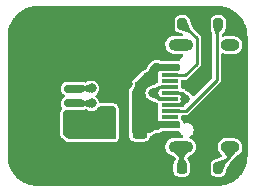
<source format=gtl>
G04 #@! TF.GenerationSoftware,KiCad,Pcbnew,(7.0.0)*
G04 #@! TF.CreationDate,2023-03-15T02:55:48+08:00*
G04 #@! TF.ProjectId,USB_C_Breakout_GH1.25_4Pin,5553425f-435f-4427-9265-616b6f75745f,rev?*
G04 #@! TF.SameCoordinates,Original*
G04 #@! TF.FileFunction,Copper,L1,Top*
G04 #@! TF.FilePolarity,Positive*
%FSLAX46Y46*%
G04 Gerber Fmt 4.6, Leading zero omitted, Abs format (unit mm)*
G04 Created by KiCad (PCBNEW (7.0.0)) date 2023-03-15 02:55:48*
%MOMM*%
%LPD*%
G01*
G04 APERTURE LIST*
G04 Aperture macros list*
%AMRoundRect*
0 Rectangle with rounded corners*
0 $1 Rounding radius*
0 $2 $3 $4 $5 $6 $7 $8 $9 X,Y pos of 4 corners*
0 Add a 4 corners polygon primitive as box body*
4,1,4,$2,$3,$4,$5,$6,$7,$8,$9,$2,$3,0*
0 Add four circle primitives for the rounded corners*
1,1,$1+$1,$2,$3*
1,1,$1+$1,$4,$5*
1,1,$1+$1,$6,$7*
1,1,$1+$1,$8,$9*
0 Add four rect primitives between the rounded corners*
20,1,$1+$1,$2,$3,$4,$5,0*
20,1,$1+$1,$4,$5,$6,$7,0*
20,1,$1+$1,$6,$7,$8,$9,0*
20,1,$1+$1,$8,$9,$2,$3,0*%
G04 Aperture macros list end*
G04 #@! TA.AperFunction,SMDPad,CuDef*
%ADD10RoundRect,0.200000X-0.200000X-0.275000X0.200000X-0.275000X0.200000X0.275000X-0.200000X0.275000X0*%
G04 #@! TD*
G04 #@! TA.AperFunction,SMDPad,CuDef*
%ADD11RoundRect,0.150000X-0.700000X0.150000X-0.700000X-0.150000X0.700000X-0.150000X0.700000X0.150000X0*%
G04 #@! TD*
G04 #@! TA.AperFunction,SMDPad,CuDef*
%ADD12RoundRect,0.250000X-1.100000X0.250000X-1.100000X-0.250000X1.100000X-0.250000X1.100000X0.250000X0*%
G04 #@! TD*
G04 #@! TA.AperFunction,SMDPad,CuDef*
%ADD13R,1.450000X0.600000*%
G04 #@! TD*
G04 #@! TA.AperFunction,SMDPad,CuDef*
%ADD14R,1.450000X0.300000*%
G04 #@! TD*
G04 #@! TA.AperFunction,ComponentPad*
%ADD15O,1.600000X1.000000*%
G04 #@! TD*
G04 #@! TA.AperFunction,ComponentPad*
%ADD16O,2.100000X1.000000*%
G04 #@! TD*
G04 #@! TA.AperFunction,SMDPad,CuDef*
%ADD17RoundRect,0.250000X-0.375000X-1.075000X0.375000X-1.075000X0.375000X1.075000X-0.375000X1.075000X0*%
G04 #@! TD*
G04 #@! TA.AperFunction,SMDPad,CuDef*
%ADD18RoundRect,0.225000X-0.225000X-0.250000X0.225000X-0.250000X0.225000X0.250000X-0.225000X0.250000X0*%
G04 #@! TD*
G04 #@! TA.AperFunction,ViaPad*
%ADD19C,0.800000*%
G04 #@! TD*
G04 #@! TA.AperFunction,Conductor*
%ADD20C,0.250000*%
G04 #@! TD*
G04 APERTURE END LIST*
D10*
X127953000Y-82296000D03*
X129603000Y-82296000D03*
X124905000Y-70104000D03*
X126555000Y-70104000D03*
X127953000Y-70104000D03*
X129603000Y-70104000D03*
D11*
X117420000Y-74325000D03*
X117420000Y-75575000D03*
X117420000Y-76825000D03*
X117420000Y-78075000D03*
D12*
X114220000Y-79925000D03*
X114220000Y-72475000D03*
D13*
X125494999Y-79449999D03*
X125494999Y-78649999D03*
D14*
X125494999Y-77449999D03*
X125494999Y-76449999D03*
X125494999Y-75949999D03*
X125494999Y-74949999D03*
D13*
X125494999Y-73749999D03*
X125494999Y-72949999D03*
X125494999Y-72949999D03*
X125494999Y-73749999D03*
D14*
X125494999Y-74449999D03*
X125494999Y-75449999D03*
X125494999Y-76949999D03*
X125494999Y-77949999D03*
D13*
X125494999Y-78649999D03*
X125494999Y-79449999D03*
D15*
X130589999Y-80519999D03*
D16*
X126409999Y-80519999D03*
X126409999Y-71879999D03*
D15*
X130589999Y-71879999D03*
D17*
X120139000Y-78486000D03*
X122939000Y-78486000D03*
D18*
X124955000Y-82296000D03*
X126505000Y-82296000D03*
D19*
X115570000Y-78740000D03*
X115570000Y-73660000D03*
X115570000Y-74930000D03*
X115570000Y-77470000D03*
X115570000Y-76200000D03*
X118110000Y-73279174D03*
X121920000Y-75221500D03*
X123190000Y-73660000D03*
X122301000Y-80772000D03*
X123317000Y-80772000D03*
X124333000Y-80772000D03*
X124333000Y-79756000D03*
X118872000Y-76835000D03*
X118872000Y-75565000D03*
X126819502Y-76454000D03*
X124079000Y-75946000D03*
D20*
X130590000Y-81309000D02*
X129603000Y-82296000D01*
X130590000Y-80520000D02*
X130590000Y-81309000D01*
X126505000Y-80615000D02*
X126410000Y-80520000D01*
X126505000Y-82296000D02*
X126505000Y-80615000D01*
X126789949Y-74450000D02*
X125495000Y-74450000D01*
X127785000Y-71334000D02*
X127785000Y-73454949D01*
X127785000Y-73454949D02*
X126789949Y-74450000D01*
X126555000Y-70104000D02*
X127785000Y-71334000D01*
X126848807Y-77450000D02*
X125495000Y-77450000D01*
X129465000Y-70242000D02*
X129465000Y-74833807D01*
X129603000Y-70104000D02*
X129465000Y-70242000D01*
X129465000Y-74833807D02*
X126848807Y-77450000D01*
X117430000Y-76835000D02*
X117420000Y-76825000D01*
X118872000Y-76835000D02*
X117430000Y-76835000D01*
X118872000Y-75565000D02*
X117430000Y-75565000D01*
X117430000Y-75565000D02*
X117420000Y-75575000D01*
X126819502Y-76454000D02*
X126819502Y-76634498D01*
X126819502Y-76634498D02*
X126504000Y-76950000D01*
X126504000Y-76950000D02*
X125495000Y-76950000D01*
X126520000Y-75950000D02*
X126819502Y-76249502D01*
X125495000Y-75950000D02*
X126520000Y-75950000D01*
X124583000Y-76450000D02*
X124079000Y-75946000D01*
X125495000Y-76450000D02*
X124583000Y-76450000D01*
X124575000Y-75450000D02*
X124079000Y-75946000D01*
X125495000Y-75450000D02*
X124575000Y-75450000D01*
G04 #@! TA.AperFunction,Conductor*
G36*
X124564258Y-73415439D02*
G01*
X124588642Y-73431732D01*
X124589399Y-73430601D01*
X124672260Y-73485966D01*
X124745326Y-73500500D01*
X124751421Y-73500500D01*
X126241000Y-73500500D01*
X126303000Y-73517113D01*
X126348387Y-73562500D01*
X126365000Y-73624500D01*
X126365000Y-73922310D01*
X126346847Y-73986904D01*
X126297703Y-74032586D01*
X126231956Y-74045979D01*
X126229952Y-74045833D01*
X126220098Y-74045112D01*
X126220081Y-74045111D01*
X126217257Y-74044905D01*
X126212974Y-74044987D01*
X126210150Y-74045303D01*
X126210135Y-74045304D01*
X126184569Y-74048165D01*
X126179516Y-74048731D01*
X126165728Y-74049500D01*
X124745326Y-74049500D01*
X124739351Y-74050688D01*
X124739346Y-74050689D01*
X124684240Y-74061650D01*
X124684235Y-74061651D01*
X124672260Y-74064034D01*
X124662105Y-74070819D01*
X124662103Y-74070820D01*
X124599551Y-74112615D01*
X124599548Y-74112617D01*
X124589399Y-74119399D01*
X124582617Y-74129548D01*
X124582615Y-74129551D01*
X124540820Y-74192103D01*
X124540819Y-74192105D01*
X124534034Y-74202260D01*
X124531651Y-74214235D01*
X124531650Y-74214240D01*
X124520689Y-74269346D01*
X124520688Y-74269351D01*
X124519500Y-74275326D01*
X124519500Y-74624674D01*
X124520688Y-74630647D01*
X124520689Y-74630655D01*
X124529671Y-74675808D01*
X124529672Y-74724189D01*
X124520688Y-74769351D01*
X124520687Y-74769356D01*
X124519500Y-74775326D01*
X124519500Y-74781421D01*
X124519500Y-74979806D01*
X124509057Y-75029614D01*
X124479486Y-75071033D01*
X124450504Y-75088303D01*
X124451388Y-75089936D01*
X124405369Y-75114838D01*
X124400821Y-75117179D01*
X124363017Y-75135662D01*
X124363015Y-75135663D01*
X124353789Y-75140174D01*
X124348165Y-75145797D01*
X124341174Y-75149581D01*
X124334220Y-75157134D01*
X124326115Y-75163444D01*
X124324449Y-75161303D01*
X124287494Y-75185278D01*
X123860321Y-75328948D01*
X123860312Y-75328951D01*
X123856321Y-75330294D01*
X123853832Y-75331530D01*
X123846635Y-75333304D01*
X123839999Y-75336786D01*
X123839996Y-75336788D01*
X123713406Y-75403228D01*
X123713400Y-75403231D01*
X123706760Y-75406717D01*
X123701148Y-75411687D01*
X123701143Y-75411692D01*
X123594127Y-75506499D01*
X123594122Y-75506503D01*
X123588517Y-75511470D01*
X123584262Y-75517634D01*
X123584257Y-75517640D01*
X123503043Y-75635300D01*
X123503040Y-75635303D01*
X123498780Y-75641477D01*
X123496120Y-75648488D01*
X123496118Y-75648494D01*
X123453533Y-75760783D01*
X123442763Y-75789182D01*
X123441859Y-75796622D01*
X123441858Y-75796629D01*
X123432707Y-75872000D01*
X123423722Y-75946000D01*
X123424626Y-75953445D01*
X123441858Y-76095370D01*
X123441859Y-76095375D01*
X123442763Y-76102818D01*
X123498780Y-76250523D01*
X123588517Y-76380530D01*
X123706760Y-76485283D01*
X123846635Y-76558696D01*
X123851616Y-76559923D01*
X123853501Y-76560883D01*
X124172583Y-76672107D01*
X124304327Y-76718030D01*
X124339180Y-76737940D01*
X124339481Y-76737519D01*
X124340071Y-76737940D01*
X124343657Y-76740500D01*
X124343658Y-76740501D01*
X124356395Y-76749595D01*
X124360499Y-76752655D01*
X124401811Y-76784809D01*
X124409331Y-76787390D01*
X124415801Y-76792010D01*
X124430883Y-76796500D01*
X124476938Y-76821836D01*
X124508359Y-76863975D01*
X124519500Y-76915345D01*
X124519500Y-77124674D01*
X124520688Y-77130647D01*
X124520689Y-77130655D01*
X124529671Y-77175808D01*
X124529672Y-77224189D01*
X124520688Y-77269351D01*
X124520687Y-77269356D01*
X124519500Y-77275326D01*
X124519500Y-77624674D01*
X124520688Y-77630647D01*
X124520689Y-77630655D01*
X124529671Y-77675809D01*
X124529671Y-77724191D01*
X124520689Y-77769344D01*
X124520688Y-77769353D01*
X124519500Y-77775326D01*
X124519500Y-78124674D01*
X124520688Y-78130649D01*
X124520689Y-78130653D01*
X124531650Y-78185759D01*
X124531651Y-78185762D01*
X124534034Y-78197740D01*
X124589399Y-78280601D01*
X124672260Y-78335966D01*
X124745326Y-78350500D01*
X124751421Y-78350500D01*
X126241000Y-78350500D01*
X126303000Y-78367113D01*
X126348387Y-78412500D01*
X126365000Y-78474500D01*
X126365000Y-78775500D01*
X126348387Y-78837500D01*
X126303000Y-78882887D01*
X126241000Y-78899500D01*
X124745326Y-78899500D01*
X124739351Y-78900688D01*
X124739346Y-78900689D01*
X124684240Y-78911650D01*
X124684235Y-78911651D01*
X124672260Y-78914034D01*
X124662105Y-78920819D01*
X124662103Y-78920820D01*
X124599551Y-78962615D01*
X124599548Y-78962617D01*
X124589399Y-78969399D01*
X124582617Y-78979548D01*
X124582615Y-78979551D01*
X124534034Y-79052260D01*
X124531733Y-79050722D01*
X124514767Y-79074987D01*
X124468797Y-79101801D01*
X124417078Y-79106755D01*
X124411985Y-79105500D01*
X124254015Y-79105500D01*
X124246740Y-79107292D01*
X124246732Y-79107294D01*
X124107915Y-79141509D01*
X124107909Y-79141510D01*
X124100635Y-79143304D01*
X124094000Y-79146786D01*
X124093993Y-79146789D01*
X123967406Y-79213228D01*
X123967400Y-79213231D01*
X123960760Y-79216717D01*
X123955148Y-79221687D01*
X123955143Y-79221692D01*
X123848128Y-79316498D01*
X123848123Y-79316503D01*
X123842517Y-79321470D01*
X123838257Y-79327640D01*
X123833311Y-79333225D01*
X123791386Y-79364075D01*
X123740494Y-79375000D01*
X122425000Y-79375000D01*
X122363000Y-79358387D01*
X122317613Y-79313000D01*
X122301000Y-79251000D01*
X122301000Y-75808831D01*
X122311925Y-75757939D01*
X122342773Y-75716015D01*
X122347287Y-75712016D01*
X122410483Y-75656030D01*
X122500220Y-75526023D01*
X122556237Y-75378318D01*
X122575278Y-75221500D01*
X122562548Y-75116660D01*
X122568427Y-75061267D01*
X122597959Y-75014040D01*
X123287695Y-74324304D01*
X123345695Y-74291592D01*
X123422365Y-74272696D01*
X123562240Y-74199283D01*
X123680483Y-74094530D01*
X123770220Y-73964523D01*
X123826237Y-73816818D01*
X123827051Y-73810113D01*
X123859598Y-73752401D01*
X124169684Y-73442315D01*
X124209909Y-73415439D01*
X124257362Y-73406000D01*
X124516805Y-73406000D01*
X124564258Y-73415439D01*
G37*
G04 #@! TD.AperFunction*
G04 #@! TA.AperFunction,Conductor*
G36*
X120842000Y-77105613D02*
G01*
X120887387Y-77151000D01*
X120904000Y-77213000D01*
X120904000Y-79759000D01*
X120887387Y-79821000D01*
X120842000Y-79866387D01*
X120780000Y-79883000D01*
X117008333Y-79883000D01*
X116969121Y-79876637D01*
X116933933Y-79858200D01*
X116801666Y-79759000D01*
X116508599Y-79539199D01*
X116472091Y-79495454D01*
X116459000Y-79440000D01*
X116459000Y-77648362D01*
X116468439Y-77600910D01*
X116495315Y-77560684D01*
X116644188Y-77411811D01*
X116684408Y-77384938D01*
X116731856Y-77375499D01*
X118151518Y-77375499D01*
X118245304Y-77360646D01*
X118254006Y-77356211D01*
X118263281Y-77353198D01*
X118263306Y-77353276D01*
X118269310Y-77350904D01*
X118274687Y-77349878D01*
X118282413Y-77346855D01*
X118284974Y-77346364D01*
X118285503Y-77346212D01*
X118285516Y-77346260D01*
X118326878Y-77338332D01*
X118371441Y-77346340D01*
X118617999Y-77439545D01*
X118621225Y-77440096D01*
X118627620Y-77442172D01*
X118632990Y-77444208D01*
X118639635Y-77447696D01*
X118793015Y-77485500D01*
X118943485Y-77485500D01*
X118950985Y-77485500D01*
X119104365Y-77447696D01*
X119244240Y-77374283D01*
X119362483Y-77269530D01*
X119450123Y-77142560D01*
X119494548Y-77103203D01*
X119552174Y-77089000D01*
X120780000Y-77089000D01*
X120842000Y-77105613D01*
G37*
G04 #@! TD.AperFunction*
G04 #@! TA.AperFunction,Conductor*
G36*
X129543471Y-68580694D02*
G01*
X129655527Y-68586987D01*
X129824353Y-68597199D01*
X129837591Y-68598720D01*
X129969665Y-68621160D01*
X129971007Y-68621397D01*
X130116210Y-68648007D01*
X130128153Y-68650814D01*
X130260788Y-68689025D01*
X130263279Y-68689773D01*
X130400146Y-68732423D01*
X130410682Y-68736237D01*
X130539736Y-68789693D01*
X130543063Y-68791130D01*
X130672306Y-68849298D01*
X130681372Y-68853834D01*
X130804331Y-68921791D01*
X130808500Y-68924202D01*
X130928988Y-68997040D01*
X130936592Y-69002027D01*
X131051525Y-69083575D01*
X131056223Y-69087078D01*
X131166752Y-69173672D01*
X131172906Y-69178823D01*
X131278133Y-69272859D01*
X131283187Y-69277638D01*
X131382360Y-69376811D01*
X131387139Y-69381865D01*
X131481175Y-69487092D01*
X131486326Y-69493246D01*
X131572904Y-69603754D01*
X131576423Y-69608473D01*
X131657971Y-69723406D01*
X131662958Y-69731010D01*
X131735796Y-69851498D01*
X131738207Y-69855667D01*
X131806164Y-69978626D01*
X131810712Y-69987716D01*
X131868832Y-70116853D01*
X131870317Y-70120291D01*
X131923756Y-70249303D01*
X131927580Y-70259866D01*
X131970214Y-70396684D01*
X131970983Y-70399246D01*
X132009180Y-70531831D01*
X132011995Y-70543807D01*
X132038578Y-70688865D01*
X132038857Y-70690446D01*
X132061275Y-70822385D01*
X132062801Y-70835670D01*
X132072997Y-71004242D01*
X132073028Y-71004774D01*
X132079305Y-71116527D01*
X132079500Y-71123481D01*
X132079500Y-81276519D01*
X132079305Y-81283473D01*
X132073028Y-81395224D01*
X132072997Y-81395756D01*
X132062801Y-81564328D01*
X132061275Y-81577613D01*
X132038857Y-81709552D01*
X132038578Y-81711133D01*
X132011995Y-81856191D01*
X132009180Y-81868167D01*
X131970983Y-82000752D01*
X131970214Y-82003314D01*
X131927580Y-82140132D01*
X131923756Y-82150695D01*
X131870317Y-82279707D01*
X131868832Y-82283145D01*
X131810712Y-82412282D01*
X131806164Y-82421372D01*
X131738207Y-82544331D01*
X131735796Y-82548500D01*
X131662958Y-82668988D01*
X131657971Y-82676592D01*
X131576423Y-82791525D01*
X131572904Y-82796244D01*
X131486326Y-82906752D01*
X131481175Y-82912906D01*
X131387139Y-83018133D01*
X131382360Y-83023187D01*
X131283187Y-83122360D01*
X131278133Y-83127139D01*
X131172906Y-83221175D01*
X131166752Y-83226326D01*
X131056244Y-83312904D01*
X131051525Y-83316423D01*
X130936592Y-83397971D01*
X130928988Y-83402958D01*
X130808500Y-83475796D01*
X130804331Y-83478207D01*
X130681372Y-83546164D01*
X130672282Y-83550712D01*
X130543145Y-83608832D01*
X130539707Y-83610317D01*
X130410695Y-83663756D01*
X130400132Y-83667580D01*
X130263314Y-83710214D01*
X130260752Y-83710983D01*
X130128167Y-83749180D01*
X130116191Y-83751995D01*
X129971133Y-83778578D01*
X129969552Y-83778857D01*
X129837613Y-83801275D01*
X129824328Y-83802801D01*
X129655756Y-83812997D01*
X129655224Y-83813028D01*
X129547513Y-83819078D01*
X129543471Y-83819305D01*
X129536519Y-83819500D01*
X114303481Y-83819500D01*
X114296528Y-83819305D01*
X114292045Y-83819053D01*
X114184774Y-83813028D01*
X114184242Y-83812997D01*
X114015670Y-83802801D01*
X114002385Y-83801275D01*
X113870446Y-83778857D01*
X113868865Y-83778578D01*
X113723807Y-83751995D01*
X113711831Y-83749180D01*
X113579246Y-83710983D01*
X113576684Y-83710214D01*
X113439866Y-83667580D01*
X113429303Y-83663756D01*
X113300291Y-83610317D01*
X113296873Y-83608841D01*
X113167713Y-83550710D01*
X113158626Y-83546164D01*
X113035667Y-83478207D01*
X113031498Y-83475796D01*
X112911010Y-83402958D01*
X112903406Y-83397971D01*
X112788473Y-83316423D01*
X112783754Y-83312904D01*
X112673246Y-83226326D01*
X112667092Y-83221175D01*
X112561865Y-83127139D01*
X112556811Y-83122360D01*
X112457638Y-83023187D01*
X112452859Y-83018133D01*
X112358823Y-82912906D01*
X112353672Y-82906752D01*
X112331606Y-82878587D01*
X112267078Y-82796223D01*
X112263575Y-82791525D01*
X112182027Y-82676592D01*
X112177040Y-82668988D01*
X112104202Y-82548500D01*
X112101791Y-82544331D01*
X112083272Y-82510824D01*
X112033832Y-82421369D01*
X112029298Y-82412306D01*
X111971130Y-82283063D01*
X111969693Y-82279736D01*
X111916237Y-82150682D01*
X111912423Y-82140146D01*
X111869773Y-82003279D01*
X111869015Y-82000752D01*
X111868947Y-82000515D01*
X111830814Y-81868153D01*
X111828007Y-81856210D01*
X111801397Y-81711007D01*
X111801160Y-81709665D01*
X111778720Y-81577591D01*
X111777199Y-81564353D01*
X111766983Y-81395453D01*
X111760694Y-81283471D01*
X111760500Y-81276521D01*
X111760500Y-79440000D01*
X116203500Y-79440000D01*
X116203914Y-79443557D01*
X116203915Y-79443571D01*
X116209918Y-79495128D01*
X116209920Y-79495142D01*
X116210335Y-79498702D01*
X116211160Y-79502197D01*
X116211161Y-79502202D01*
X116220310Y-79540959D01*
X116223426Y-79554156D01*
X116224647Y-79557525D01*
X116224649Y-79557531D01*
X116241112Y-79602950D01*
X116241113Y-79602953D01*
X116243565Y-79609716D01*
X116247504Y-79615735D01*
X116247505Y-79615736D01*
X116273961Y-79656158D01*
X116273965Y-79656164D01*
X116275929Y-79659164D01*
X116278224Y-79661914D01*
X116278230Y-79661922D01*
X116310134Y-79700150D01*
X116312437Y-79702909D01*
X116355299Y-79743599D01*
X116780633Y-80062600D01*
X116815353Y-80084516D01*
X116850541Y-80102953D01*
X116928196Y-80128838D01*
X116967408Y-80135201D01*
X117008333Y-80138500D01*
X120775947Y-80138500D01*
X120780000Y-80138500D01*
X120846129Y-80129794D01*
X120908129Y-80113181D01*
X120969750Y-80087656D01*
X121022666Y-80047053D01*
X121068053Y-80001666D01*
X121108656Y-79948750D01*
X121134181Y-79887129D01*
X121150794Y-79825129D01*
X121159500Y-79759000D01*
X121159500Y-79251000D01*
X122045500Y-79251000D01*
X122054206Y-79317129D01*
X122055255Y-79321047D01*
X122055258Y-79321058D01*
X122059275Y-79336048D01*
X122063500Y-79368139D01*
X122063500Y-79605560D01*
X122063500Y-79605578D01*
X122063501Y-79608872D01*
X122063853Y-79612150D01*
X122063854Y-79612161D01*
X122069079Y-79660768D01*
X122069080Y-79660773D01*
X122069909Y-79668483D01*
X122072619Y-79675749D01*
X122072620Y-79675753D01*
X122097002Y-79741124D01*
X122120204Y-79803331D01*
X122206454Y-79918546D01*
X122321669Y-80004796D01*
X122456517Y-80055091D01*
X122516127Y-80061500D01*
X123361872Y-80061499D01*
X123421483Y-80055091D01*
X123556331Y-80004796D01*
X123671546Y-79918546D01*
X123757796Y-79803331D01*
X123805303Y-79675955D01*
X123835567Y-79629880D01*
X123882812Y-79601475D01*
X123896249Y-79597064D01*
X123942814Y-79569865D01*
X123984739Y-79539015D01*
X124024587Y-79502617D01*
X124026765Y-79500156D01*
X124028217Y-79498683D01*
X124034344Y-79492870D01*
X124095702Y-79438511D01*
X124120288Y-79421540D01*
X124178574Y-79390948D01*
X124206520Y-79380351D01*
X124270419Y-79364602D01*
X124300092Y-79361000D01*
X124411985Y-79361000D01*
X124411985Y-79361307D01*
X124426117Y-79359969D01*
X124441440Y-79361091D01*
X124493159Y-79356137D01*
X124547170Y-79344984D01*
X124597529Y-79322500D01*
X124643499Y-79295686D01*
X124687862Y-79262918D01*
X124705370Y-79242888D01*
X124747463Y-79211594D01*
X124798728Y-79200500D01*
X126238579Y-79200500D01*
X126244674Y-79200500D01*
X126254044Y-79198636D01*
X126256640Y-79198720D01*
X126256710Y-79198714D01*
X126256710Y-79198723D01*
X126310330Y-79200476D01*
X126359997Y-79227023D01*
X126392801Y-79272799D01*
X126429462Y-79361307D01*
X126437302Y-79380233D01*
X126442245Y-79386674D01*
X126442248Y-79386680D01*
X126482024Y-79438516D01*
X126529549Y-79500451D01*
X126535991Y-79505394D01*
X126590374Y-79547124D01*
X126628167Y-79595065D01*
X126638505Y-79655229D01*
X126618882Y-79713035D01*
X126574055Y-79754473D01*
X126514887Y-79769500D01*
X125816291Y-79769500D01*
X125812725Y-79769916D01*
X125812721Y-79769917D01*
X125692915Y-79783920D01*
X125692907Y-79783921D01*
X125685745Y-79784759D01*
X125678967Y-79787225D01*
X125678958Y-79787228D01*
X125527674Y-79842291D01*
X125527671Y-79842292D01*
X125520883Y-79844763D01*
X125514850Y-79848730D01*
X125514842Y-79848735D01*
X125380340Y-79937199D01*
X125380334Y-79937203D01*
X125374304Y-79941170D01*
X125369351Y-79946419D01*
X125369346Y-79946424D01*
X125258865Y-80063527D01*
X125258861Y-80063531D01*
X125253908Y-80068782D01*
X125250299Y-80075032D01*
X125250296Y-80075037D01*
X125169799Y-80214463D01*
X125169796Y-80214468D01*
X125166188Y-80220719D01*
X125164117Y-80227634D01*
X125164117Y-80227636D01*
X125117941Y-80381869D01*
X125117939Y-80381877D01*
X125115870Y-80388790D01*
X125115450Y-80395996D01*
X125115449Y-80396004D01*
X125106088Y-80556725D01*
X125106088Y-80556733D01*
X125105669Y-80563935D01*
X125136135Y-80736711D01*
X125205623Y-80897804D01*
X125310390Y-81038530D01*
X125444786Y-81151302D01*
X125601567Y-81230040D01*
X125772279Y-81270500D01*
X125779500Y-81270500D01*
X125786677Y-81271339D01*
X125786491Y-81272924D01*
X125827545Y-81281961D01*
X125869987Y-81314225D01*
X125971504Y-81433743D01*
X125995128Y-81476326D01*
X126000532Y-81524722D01*
X125986884Y-81571468D01*
X125861057Y-81812147D01*
X125861056Y-81812149D01*
X125860993Y-81812271D01*
X125858372Y-81815774D01*
X125856403Y-81821052D01*
X125854688Y-81824331D01*
X125854687Y-81824333D01*
X125852723Y-81828091D01*
X125850225Y-81832870D01*
X125848594Y-81837997D01*
X125848591Y-81838007D01*
X125840933Y-81862096D01*
X125838944Y-81867856D01*
X125813298Y-81936617D01*
X125813295Y-81936625D01*
X125810588Y-81943886D01*
X125809759Y-81951589D01*
X125809759Y-81951593D01*
X125804854Y-81997224D01*
X125804500Y-82000515D01*
X125804500Y-82003824D01*
X125804500Y-82003825D01*
X125804500Y-82588172D01*
X125804500Y-82588190D01*
X125804501Y-82591484D01*
X125804853Y-82594761D01*
X125804854Y-82594775D01*
X125809759Y-82640400D01*
X125810588Y-82648114D01*
X125858372Y-82776226D01*
X125940313Y-82885687D01*
X126049774Y-82967628D01*
X126128557Y-82997013D01*
X126170617Y-83012701D01*
X126170618Y-83012701D01*
X126177886Y-83015412D01*
X126234515Y-83021500D01*
X126775484Y-83021499D01*
X126832114Y-83015412D01*
X126960226Y-82967628D01*
X127069687Y-82885687D01*
X127151628Y-82776226D01*
X127199412Y-82648114D01*
X127201868Y-82625266D01*
X128952500Y-82625266D01*
X128952769Y-82628141D01*
X128952770Y-82628149D01*
X128954649Y-82648187D01*
X128954649Y-82648191D01*
X128955354Y-82655699D01*
X128957842Y-82662811D01*
X128957844Y-82662817D01*
X128997138Y-82775113D01*
X128997139Y-82775116D01*
X129000207Y-82783882D01*
X129005722Y-82791355D01*
X129005724Y-82791358D01*
X129058858Y-82863352D01*
X129080850Y-82893150D01*
X129088327Y-82898668D01*
X129181764Y-82967628D01*
X129190118Y-82973793D01*
X129318301Y-83018646D01*
X129348734Y-83021500D01*
X129854373Y-83021500D01*
X129857266Y-83021500D01*
X129887699Y-83018646D01*
X130015882Y-82973793D01*
X130125150Y-82893150D01*
X130205793Y-82783882D01*
X130250646Y-82655699D01*
X130253500Y-82625266D01*
X130253500Y-82556836D01*
X130265207Y-82504240D01*
X130555058Y-81885446D01*
X130579661Y-81850374D01*
X130687183Y-81742853D01*
X130694250Y-81736317D01*
X130723839Y-81711007D01*
X130728261Y-81707224D01*
X130770105Y-81660223D01*
X130775005Y-81655031D01*
X130818893Y-81611143D01*
X130838748Y-81595020D01*
X130847836Y-81589084D01*
X130867271Y-81564111D01*
X130870744Y-81560208D01*
X130870573Y-81560063D01*
X130873885Y-81556152D01*
X130877520Y-81552518D01*
X130889608Y-81535585D01*
X130892647Y-81531508D01*
X130924809Y-81490189D01*
X130925319Y-81488702D01*
X130934626Y-81475433D01*
X131141703Y-81242845D01*
X131191904Y-81208780D01*
X131229117Y-81195237D01*
X131375696Y-81098830D01*
X131496092Y-80971218D01*
X131583812Y-80819281D01*
X131634130Y-80651210D01*
X131644331Y-80476065D01*
X131613865Y-80303289D01*
X131544377Y-80142196D01*
X131439610Y-80001470D01*
X131367747Y-79941170D01*
X131310745Y-79893339D01*
X131310744Y-79893338D01*
X131305214Y-79888698D01*
X131298763Y-79885458D01*
X131154883Y-79813199D01*
X131154880Y-79813198D01*
X131148433Y-79809960D01*
X131141407Y-79808294D01*
X131141405Y-79808294D01*
X130984749Y-79771165D01*
X130984743Y-79771164D01*
X130977721Y-79769500D01*
X130246291Y-79769500D01*
X130242725Y-79769916D01*
X130242721Y-79769917D01*
X130122915Y-79783920D01*
X130122907Y-79783921D01*
X130115745Y-79784759D01*
X130108967Y-79787225D01*
X130108958Y-79787228D01*
X129957674Y-79842291D01*
X129957671Y-79842292D01*
X129950883Y-79844763D01*
X129944850Y-79848730D01*
X129944842Y-79848735D01*
X129810340Y-79937199D01*
X129810334Y-79937203D01*
X129804304Y-79941170D01*
X129799351Y-79946419D01*
X129799346Y-79946424D01*
X129688865Y-80063527D01*
X129688861Y-80063531D01*
X129683908Y-80068782D01*
X129680299Y-80075032D01*
X129680296Y-80075037D01*
X129599799Y-80214463D01*
X129599796Y-80214468D01*
X129596188Y-80220719D01*
X129594117Y-80227634D01*
X129594117Y-80227636D01*
X129547941Y-80381869D01*
X129547939Y-80381877D01*
X129545870Y-80388790D01*
X129545450Y-80395996D01*
X129545449Y-80396004D01*
X129536088Y-80556725D01*
X129536088Y-80556733D01*
X129535669Y-80563935D01*
X129566135Y-80736711D01*
X129635623Y-80897804D01*
X129740390Y-81038530D01*
X129745921Y-81043171D01*
X129745923Y-81043173D01*
X129842671Y-81124355D01*
X129861886Y-81144573D01*
X129913679Y-81213094D01*
X129936538Y-81264505D01*
X129934325Y-81320726D01*
X129907495Y-81370181D01*
X129861572Y-81402689D01*
X129698577Y-81469142D01*
X129472471Y-81561324D01*
X129425660Y-81570500D01*
X129348734Y-81570500D01*
X129345859Y-81570769D01*
X129345850Y-81570770D01*
X129325812Y-81572649D01*
X129325807Y-81572650D01*
X129318301Y-81573354D01*
X129311189Y-81575842D01*
X129311182Y-81575844D01*
X129198886Y-81615138D01*
X129198880Y-81615140D01*
X129190118Y-81618207D01*
X129182646Y-81623720D01*
X129182641Y-81623724D01*
X129088327Y-81693331D01*
X129088324Y-81693333D01*
X129080850Y-81698850D01*
X129075333Y-81706324D01*
X129075331Y-81706327D01*
X129005724Y-81800641D01*
X129005720Y-81800646D01*
X129000207Y-81808118D01*
X128997140Y-81816880D01*
X128997138Y-81816886D01*
X128957844Y-81929182D01*
X128957842Y-81929189D01*
X128955354Y-81936301D01*
X128954650Y-81943807D01*
X128954649Y-81943812D01*
X128952770Y-81963850D01*
X128952500Y-81966734D01*
X128952500Y-82625266D01*
X127201868Y-82625266D01*
X127205500Y-82591485D01*
X127205499Y-82000516D01*
X127199412Y-81943886D01*
X127196701Y-81936617D01*
X127196701Y-81936616D01*
X127171059Y-81867870D01*
X127169069Y-81862105D01*
X127161408Y-81838010D01*
X127161406Y-81838005D01*
X127159773Y-81832869D01*
X127153600Y-81821062D01*
X127151628Y-81815774D01*
X127149001Y-81812265D01*
X127003462Y-81533878D01*
X126989511Y-81470151D01*
X127009839Y-81408161D01*
X127080690Y-81300744D01*
X127107356Y-81271702D01*
X127141791Y-81252498D01*
X127299117Y-81195237D01*
X127445696Y-81098830D01*
X127566092Y-80971218D01*
X127653812Y-80819281D01*
X127704130Y-80651210D01*
X127714331Y-80476065D01*
X127683865Y-80303289D01*
X127614377Y-80142196D01*
X127509610Y-80001470D01*
X127437747Y-79941170D01*
X127380745Y-79893339D01*
X127380744Y-79893338D01*
X127375214Y-79888698D01*
X127364304Y-79883219D01*
X127268251Y-79834979D01*
X127227870Y-79814699D01*
X127178941Y-79770513D01*
X127159574Y-79707494D01*
X127175246Y-79643455D01*
X127221526Y-79596500D01*
X127222724Y-79595808D01*
X127230233Y-79592698D01*
X127350451Y-79500451D01*
X127442698Y-79380233D01*
X127500687Y-79240236D01*
X127520466Y-79090000D01*
X127500687Y-78939764D01*
X127442698Y-78799767D01*
X127437753Y-78793322D01*
X127437751Y-78793319D01*
X127355394Y-78685991D01*
X127350451Y-78679549D01*
X127344008Y-78674605D01*
X127236680Y-78592248D01*
X127236674Y-78592245D01*
X127230233Y-78587302D01*
X127222724Y-78584191D01*
X127222723Y-78584191D01*
X127097745Y-78532423D01*
X127097742Y-78532422D01*
X127090236Y-78529313D01*
X127082182Y-78528252D01*
X127082176Y-78528251D01*
X126981739Y-78515029D01*
X126981737Y-78515028D01*
X126977720Y-78514500D01*
X126902280Y-78514500D01*
X126898263Y-78515028D01*
X126898260Y-78515029D01*
X126797823Y-78528251D01*
X126797815Y-78528252D01*
X126789764Y-78529313D01*
X126782257Y-78532422D01*
X126774404Y-78534527D01*
X126773996Y-78533006D01*
X126729819Y-78540295D01*
X126675935Y-78523944D01*
X126634837Y-78485448D01*
X126615003Y-78432746D01*
X126611794Y-78408371D01*
X126595181Y-78346371D01*
X126569656Y-78284750D01*
X126529053Y-78231834D01*
X126506818Y-78209599D01*
X126479939Y-78169372D01*
X126470500Y-78121919D01*
X126470500Y-77949500D01*
X126487113Y-77887500D01*
X126532500Y-77842113D01*
X126594500Y-77825500D01*
X126797002Y-77825500D01*
X126822451Y-77828140D01*
X126823016Y-77828258D01*
X126823017Y-77828258D01*
X126833075Y-77830367D01*
X126864483Y-77826451D01*
X126869694Y-77826128D01*
X126869678Y-77825924D01*
X126874793Y-77825500D01*
X126879921Y-77825500D01*
X126900443Y-77822074D01*
X126905473Y-77821342D01*
X126957433Y-77814866D01*
X126964577Y-77811373D01*
X126972417Y-77810065D01*
X127018454Y-77785150D01*
X127022971Y-77782825D01*
X127070018Y-77759826D01*
X127075641Y-77754202D01*
X127082633Y-77750419D01*
X127118124Y-77711863D01*
X127121601Y-77708241D01*
X129693889Y-75135953D01*
X129713747Y-75119828D01*
X129722836Y-75113891D01*
X129742279Y-75088909D01*
X129745746Y-75085012D01*
X129745574Y-75084867D01*
X129748881Y-75080961D01*
X129752520Y-75077324D01*
X129764597Y-75060407D01*
X129767663Y-75056296D01*
X129769717Y-75053657D01*
X129799809Y-75014996D01*
X129802390Y-75007475D01*
X129807010Y-75001006D01*
X129821941Y-74950852D01*
X129823491Y-74946008D01*
X129840500Y-74896467D01*
X129840500Y-74888516D01*
X129842769Y-74880895D01*
X129840605Y-74828600D01*
X129840500Y-74823476D01*
X129840500Y-72695118D01*
X129856222Y-72634687D01*
X129899402Y-72589580D01*
X129959089Y-72571236D01*
X130020149Y-72584306D01*
X130023174Y-72585825D01*
X130031567Y-72590040D01*
X130202279Y-72630500D01*
X130930111Y-72630500D01*
X130933709Y-72630500D01*
X131064255Y-72615241D01*
X131229117Y-72555237D01*
X131375696Y-72458830D01*
X131496092Y-72331218D01*
X131583812Y-72179281D01*
X131634130Y-72011210D01*
X131644331Y-71836065D01*
X131613865Y-71663289D01*
X131544377Y-71502196D01*
X131439610Y-71361470D01*
X131367747Y-71301170D01*
X131310745Y-71253339D01*
X131310744Y-71253338D01*
X131305214Y-71248698D01*
X131256974Y-71224471D01*
X131154883Y-71173199D01*
X131154880Y-71173198D01*
X131148433Y-71169960D01*
X131141407Y-71168294D01*
X131141405Y-71168294D01*
X130984749Y-71131165D01*
X130984743Y-71131164D01*
X130977721Y-71129500D01*
X130246291Y-71129500D01*
X130242725Y-71129916D01*
X130242721Y-71129917D01*
X130122915Y-71143920D01*
X130122907Y-71143921D01*
X130115745Y-71144759D01*
X130108965Y-71147226D01*
X130108959Y-71147228D01*
X130057045Y-71166123D01*
X129994125Y-71171892D01*
X129936530Y-71145909D01*
X129899215Y-71094920D01*
X129891869Y-71032164D01*
X129916395Y-70973940D01*
X130138694Y-70685319D01*
X130141130Y-70680741D01*
X130143938Y-70676389D01*
X130144144Y-70676522D01*
X130148910Y-70668954D01*
X130205793Y-70591882D01*
X130250646Y-70463699D01*
X130253500Y-70433266D01*
X130253500Y-69774734D01*
X130250646Y-69744301D01*
X130205793Y-69616118D01*
X130125150Y-69506850D01*
X130098379Y-69487092D01*
X130023358Y-69431724D01*
X130023355Y-69431722D01*
X130015882Y-69426207D01*
X130007116Y-69423139D01*
X130007113Y-69423138D01*
X129894817Y-69383844D01*
X129894811Y-69383842D01*
X129887699Y-69381354D01*
X129880191Y-69380649D01*
X129880187Y-69380649D01*
X129860149Y-69378770D01*
X129860141Y-69378769D01*
X129857266Y-69378500D01*
X129348734Y-69378500D01*
X129345859Y-69378769D01*
X129345850Y-69378770D01*
X129325812Y-69380649D01*
X129325807Y-69380650D01*
X129318301Y-69381354D01*
X129311189Y-69383842D01*
X129311182Y-69383844D01*
X129198886Y-69423138D01*
X129198880Y-69423140D01*
X129190118Y-69426207D01*
X129182646Y-69431720D01*
X129182641Y-69431724D01*
X129088327Y-69501331D01*
X129088324Y-69501333D01*
X129080850Y-69506850D01*
X129075333Y-69514324D01*
X129075331Y-69514327D01*
X129005724Y-69608641D01*
X129005720Y-69608646D01*
X129000207Y-69616118D01*
X128997140Y-69624880D01*
X128997138Y-69624886D01*
X128957844Y-69737182D01*
X128957842Y-69737189D01*
X128955354Y-69744301D01*
X128954650Y-69751807D01*
X128954649Y-69751812D01*
X128952770Y-69771850D01*
X128952500Y-69774734D01*
X128952500Y-70433266D01*
X128952769Y-70436141D01*
X128952770Y-70436149D01*
X128954648Y-70456180D01*
X128954649Y-70456186D01*
X128955354Y-70463699D01*
X128957845Y-70470817D01*
X128957847Y-70470825D01*
X128964383Y-70489503D01*
X128969347Y-70512045D01*
X128969860Y-70511961D01*
X128970524Y-70516013D01*
X128970918Y-70520089D01*
X128971843Y-70524068D01*
X128971846Y-70524082D01*
X129086275Y-71015958D01*
X129089500Y-71044055D01*
X129089500Y-74626908D01*
X129080061Y-74674361D01*
X129053181Y-74714589D01*
X127593444Y-76174323D01*
X127544436Y-76204457D01*
X127487103Y-76209230D01*
X127433786Y-76187614D01*
X127400215Y-76149136D01*
X127399722Y-76149477D01*
X127396725Y-76145135D01*
X127396724Y-76145134D01*
X127333164Y-76053050D01*
X127314244Y-76025640D01*
X127314243Y-76025639D01*
X127309985Y-76019470D01*
X127287477Y-75999530D01*
X127197354Y-75919688D01*
X127197350Y-75919685D01*
X127191742Y-75914717D01*
X127105634Y-75869523D01*
X127079168Y-75855632D01*
X127076420Y-75854145D01*
X127055557Y-75842509D01*
X127050905Y-75840668D01*
X126894085Y-75778612D01*
X126852030Y-75750992D01*
X126822150Y-75721112D01*
X126806022Y-75701251D01*
X126805706Y-75700768D01*
X126805703Y-75700765D01*
X126800084Y-75692164D01*
X126775109Y-75672725D01*
X126771190Y-75669264D01*
X126771058Y-75669421D01*
X126767143Y-75666105D01*
X126763518Y-75662480D01*
X126746591Y-75650395D01*
X126742481Y-75647330D01*
X126709297Y-75621502D01*
X126701189Y-75615191D01*
X126693668Y-75612609D01*
X126687199Y-75607990D01*
X126677353Y-75605058D01*
X126677350Y-75605057D01*
X126637043Y-75593056D01*
X126632167Y-75591494D01*
X126592381Y-75577836D01*
X126592374Y-75577834D01*
X126582660Y-75574500D01*
X126575973Y-75574500D01*
X126570289Y-75573185D01*
X126567091Y-75572233D01*
X126567466Y-75570969D01*
X126523848Y-75554297D01*
X126484644Y-75509905D01*
X126470500Y-75452394D01*
X126470500Y-75281421D01*
X126470500Y-75275326D01*
X126460328Y-75224189D01*
X126460328Y-75175811D01*
X126470500Y-75124674D01*
X126470500Y-74949500D01*
X126487113Y-74887500D01*
X126532500Y-74842113D01*
X126594500Y-74825500D01*
X126738144Y-74825500D01*
X126763593Y-74828140D01*
X126764158Y-74828258D01*
X126764159Y-74828258D01*
X126774217Y-74830367D01*
X126805625Y-74826451D01*
X126810836Y-74826128D01*
X126810820Y-74825924D01*
X126815935Y-74825500D01*
X126821063Y-74825500D01*
X126841585Y-74822074D01*
X126846615Y-74821342D01*
X126898575Y-74814866D01*
X126905719Y-74811373D01*
X126913559Y-74810065D01*
X126959596Y-74785150D01*
X126964113Y-74782825D01*
X127011160Y-74759826D01*
X127016783Y-74754202D01*
X127023775Y-74750419D01*
X127059266Y-74711863D01*
X127062743Y-74708241D01*
X128013889Y-73757095D01*
X128033747Y-73740970D01*
X128042836Y-73735033D01*
X128062279Y-73710051D01*
X128065746Y-73706154D01*
X128065574Y-73706009D01*
X128068881Y-73702103D01*
X128072520Y-73698466D01*
X128084597Y-73681549D01*
X128087663Y-73677438D01*
X128119809Y-73636138D01*
X128122390Y-73628617D01*
X128127010Y-73622148D01*
X128141941Y-73571994D01*
X128143491Y-73567150D01*
X128160500Y-73517609D01*
X128160500Y-73509658D01*
X128162769Y-73502037D01*
X128160605Y-73449742D01*
X128160500Y-73444618D01*
X128160500Y-71385804D01*
X128163139Y-71360358D01*
X128163141Y-71360344D01*
X128165367Y-71349732D01*
X128161451Y-71318323D01*
X128161128Y-71313113D01*
X128160924Y-71313130D01*
X128160500Y-71308018D01*
X128160500Y-71302886D01*
X128157074Y-71282362D01*
X128156341Y-71277326D01*
X128153351Y-71253339D01*
X128149866Y-71225374D01*
X128146373Y-71218229D01*
X128145065Y-71210390D01*
X128120158Y-71164366D01*
X128117837Y-71159859D01*
X128094826Y-71112789D01*
X128089202Y-71107165D01*
X128085419Y-71100174D01*
X128077858Y-71093214D01*
X128077857Y-71093212D01*
X128046917Y-71064730D01*
X128043219Y-71061182D01*
X127531666Y-70549629D01*
X127507056Y-70514547D01*
X127479719Y-70456187D01*
X127217209Y-69895763D01*
X127205500Y-69843164D01*
X127205500Y-69777627D01*
X127205500Y-69774734D01*
X127202646Y-69744301D01*
X127157793Y-69616118D01*
X127077150Y-69506850D01*
X127050379Y-69487092D01*
X126975358Y-69431724D01*
X126975355Y-69431722D01*
X126967882Y-69426207D01*
X126959116Y-69423139D01*
X126959113Y-69423138D01*
X126846817Y-69383844D01*
X126846811Y-69383842D01*
X126839699Y-69381354D01*
X126832191Y-69380649D01*
X126832187Y-69380649D01*
X126812149Y-69378770D01*
X126812141Y-69378769D01*
X126809266Y-69378500D01*
X126300734Y-69378500D01*
X126297859Y-69378769D01*
X126297850Y-69378770D01*
X126277812Y-69380649D01*
X126277807Y-69380650D01*
X126270301Y-69381354D01*
X126263189Y-69383842D01*
X126263182Y-69383844D01*
X126150886Y-69423138D01*
X126150880Y-69423140D01*
X126142118Y-69426207D01*
X126134646Y-69431720D01*
X126134641Y-69431724D01*
X126040327Y-69501331D01*
X126040324Y-69501333D01*
X126032850Y-69506850D01*
X126027333Y-69514324D01*
X126027331Y-69514327D01*
X125957724Y-69608641D01*
X125957720Y-69608646D01*
X125952207Y-69616118D01*
X125949140Y-69624880D01*
X125949138Y-69624886D01*
X125909844Y-69737182D01*
X125909842Y-69737189D01*
X125907354Y-69744301D01*
X125906650Y-69751807D01*
X125906649Y-69751812D01*
X125904770Y-69771850D01*
X125904500Y-69774734D01*
X125904500Y-70433266D01*
X125904769Y-70436141D01*
X125904770Y-70436149D01*
X125906649Y-70456187D01*
X125906649Y-70456191D01*
X125907354Y-70463699D01*
X125909842Y-70470811D01*
X125909844Y-70470817D01*
X125949138Y-70583113D01*
X125949139Y-70583116D01*
X125952207Y-70591882D01*
X125957722Y-70599355D01*
X125957724Y-70599358D01*
X125957725Y-70599359D01*
X126032850Y-70701150D01*
X126142118Y-70781793D01*
X126270301Y-70826646D01*
X126300734Y-70829500D01*
X126377664Y-70829500D01*
X126424477Y-70838676D01*
X126552023Y-70890676D01*
X126605202Y-70932168D01*
X126628795Y-70995358D01*
X126615820Y-71061548D01*
X126570118Y-71111155D01*
X126505210Y-71129500D01*
X125816291Y-71129500D01*
X125812725Y-71129916D01*
X125812721Y-71129917D01*
X125692915Y-71143920D01*
X125692907Y-71143921D01*
X125685745Y-71144759D01*
X125678967Y-71147225D01*
X125678958Y-71147228D01*
X125527674Y-71202291D01*
X125527671Y-71202292D01*
X125520883Y-71204763D01*
X125514850Y-71208730D01*
X125514842Y-71208735D01*
X125380340Y-71297199D01*
X125380334Y-71297203D01*
X125374304Y-71301170D01*
X125369351Y-71306419D01*
X125369346Y-71306424D01*
X125258865Y-71423527D01*
X125258861Y-71423531D01*
X125253908Y-71428782D01*
X125250299Y-71435032D01*
X125250296Y-71435037D01*
X125169799Y-71574463D01*
X125169796Y-71574468D01*
X125166188Y-71580719D01*
X125164117Y-71587634D01*
X125164117Y-71587636D01*
X125117941Y-71741869D01*
X125117939Y-71741877D01*
X125115870Y-71748790D01*
X125115450Y-71755996D01*
X125115449Y-71756004D01*
X125106088Y-71916725D01*
X125106088Y-71916733D01*
X125105669Y-71923935D01*
X125136135Y-72096711D01*
X125205623Y-72257804D01*
X125310390Y-72398530D01*
X125444786Y-72511302D01*
X125601567Y-72590040D01*
X125772279Y-72630500D01*
X125779500Y-72630500D01*
X126514887Y-72630500D01*
X126574055Y-72645527D01*
X126618882Y-72686965D01*
X126638505Y-72744771D01*
X126628167Y-72804935D01*
X126590374Y-72852876D01*
X126535991Y-72894605D01*
X126535987Y-72894608D01*
X126529549Y-72899549D01*
X126524608Y-72905987D01*
X126524605Y-72905991D01*
X126442248Y-73013319D01*
X126442242Y-73013328D01*
X126437302Y-73019767D01*
X126434193Y-73027272D01*
X126434191Y-73027276D01*
X126392801Y-73127200D01*
X126360000Y-73172974D01*
X126310338Y-73199521D01*
X126256710Y-73201278D01*
X126256710Y-73201286D01*
X126256656Y-73201280D01*
X126254056Y-73201366D01*
X126250653Y-73200689D01*
X126250649Y-73200688D01*
X126244674Y-73199500D01*
X124745326Y-73199500D01*
X124742797Y-73200002D01*
X124708797Y-73198331D01*
X124674539Y-73186072D01*
X124667407Y-73182260D01*
X124662034Y-73179388D01*
X124656211Y-73177621D01*
X124656205Y-73177619D01*
X124617011Y-73165729D01*
X124616994Y-73165724D01*
X124614104Y-73164848D01*
X124611133Y-73164257D01*
X124611121Y-73164254D01*
X124569635Y-73156002D01*
X124569624Y-73156000D01*
X124566651Y-73155409D01*
X124563627Y-73155111D01*
X124563626Y-73155111D01*
X124519841Y-73150799D01*
X124516805Y-73150500D01*
X124257362Y-73150500D01*
X124254326Y-73150798D01*
X124254325Y-73150799D01*
X124210540Y-73155111D01*
X124210536Y-73155111D01*
X124207516Y-73155409D01*
X124204545Y-73155999D01*
X124204531Y-73156002D01*
X124166044Y-73163658D01*
X124166041Y-73163658D01*
X124160063Y-73164848D01*
X124154437Y-73167178D01*
X124154428Y-73167181D01*
X124073596Y-73200662D01*
X124073587Y-73200666D01*
X124067966Y-73202995D01*
X124062906Y-73206375D01*
X124062900Y-73206379D01*
X124030278Y-73228175D01*
X124030265Y-73228184D01*
X124027741Y-73229871D01*
X124025396Y-73231794D01*
X124025383Y-73231805D01*
X123991364Y-73259723D01*
X123991355Y-73259731D01*
X123989018Y-73261649D01*
X123986877Y-73263789D01*
X123986867Y-73263799D01*
X123681919Y-73568747D01*
X123681912Y-73568754D01*
X123678932Y-73571735D01*
X123676381Y-73575093D01*
X123676377Y-73575099D01*
X123639605Y-73623526D01*
X123639600Y-73623532D01*
X123637049Y-73626893D01*
X123634977Y-73630566D01*
X123634973Y-73630573D01*
X123607494Y-73679298D01*
X123607490Y-73679305D01*
X123604502Y-73684605D01*
X123602602Y-73690391D01*
X123602601Y-73690395D01*
X123595400Y-73712331D01*
X123588172Y-73726532D01*
X123587340Y-73726217D01*
X123584434Y-73733878D01*
X123584431Y-73733885D01*
X123547663Y-73830836D01*
X123533770Y-73857306D01*
X123496384Y-73911468D01*
X123476562Y-73933843D01*
X123427303Y-73977482D01*
X123402702Y-73994462D01*
X123344435Y-74025043D01*
X123316487Y-74035643D01*
X123288646Y-74042505D01*
X123288627Y-74042511D01*
X123284554Y-74043515D01*
X123280648Y-74045063D01*
X123280639Y-74045067D01*
X123224106Y-74067489D01*
X123224095Y-74067494D01*
X123220180Y-74069047D01*
X123216506Y-74071119D01*
X123216500Y-74071122D01*
X123165858Y-74099684D01*
X123165851Y-74099688D01*
X123162180Y-74101759D01*
X123158830Y-74104302D01*
X123158819Y-74104310D01*
X123110385Y-74141089D01*
X123110379Y-74141093D01*
X123107029Y-74143638D01*
X123104052Y-74146614D01*
X123104045Y-74146621D01*
X122419778Y-74830888D01*
X122419769Y-74830897D01*
X122417293Y-74833374D01*
X122415119Y-74836106D01*
X122415104Y-74836123D01*
X122383517Y-74875821D01*
X122383506Y-74875836D01*
X122381327Y-74878575D01*
X122379473Y-74881539D01*
X122379463Y-74881554D01*
X122353656Y-74922824D01*
X122353647Y-74922839D01*
X122351795Y-74925802D01*
X122350284Y-74928965D01*
X122350280Y-74928973D01*
X122334727Y-74961540D01*
X122326903Y-74977922D01*
X122325376Y-74984778D01*
X122325375Y-74984784D01*
X122315118Y-75030865D01*
X122315115Y-75030882D01*
X122314354Y-75034302D01*
X122313983Y-75037789D01*
X122313981Y-75037807D01*
X122308987Y-75084867D01*
X122308475Y-75089695D01*
X122308501Y-75093211D01*
X122308501Y-75093222D01*
X122308784Y-75130648D01*
X122308911Y-75147457D01*
X122309333Y-75150932D01*
X122309334Y-75150948D01*
X122316086Y-75206554D01*
X122316086Y-75236446D01*
X122308153Y-75301778D01*
X122300999Y-75330801D01*
X122277663Y-75392334D01*
X122263771Y-75418804D01*
X122226386Y-75472965D01*
X122206565Y-75495338D01*
X122175802Y-75522592D01*
X122175790Y-75522603D01*
X122173346Y-75524769D01*
X122171145Y-75527178D01*
X122171135Y-75527189D01*
X122139200Y-75562159D01*
X122139191Y-75562169D01*
X122136980Y-75564591D01*
X122135038Y-75567230D01*
X122135030Y-75567240D01*
X122116570Y-75592329D01*
X122106132Y-75606515D01*
X122104480Y-75609343D01*
X122104471Y-75609357D01*
X122082292Y-75647330D01*
X122078935Y-75653078D01*
X122076892Y-75659300D01*
X122076888Y-75659310D01*
X122063279Y-75700768D01*
X122062116Y-75704312D01*
X122061427Y-75707518D01*
X122061427Y-75707521D01*
X122051877Y-75752005D01*
X122051874Y-75752018D01*
X122051191Y-75755204D01*
X122045500Y-75808831D01*
X122045500Y-79251000D01*
X121159500Y-79251000D01*
X121159500Y-77213000D01*
X121150794Y-77146871D01*
X121134181Y-77084871D01*
X121108656Y-77023250D01*
X121068053Y-76970334D01*
X121022666Y-76924947D01*
X120997344Y-76905517D01*
X120976198Y-76889291D01*
X120976194Y-76889289D01*
X120969750Y-76884344D01*
X120962244Y-76881235D01*
X120962241Y-76881233D01*
X120911867Y-76860367D01*
X120911861Y-76860365D01*
X120908129Y-76858819D01*
X120904223Y-76857772D01*
X120904219Y-76857771D01*
X120850047Y-76843255D01*
X120850034Y-76843252D01*
X120846129Y-76842206D01*
X120835646Y-76840825D01*
X120784020Y-76834029D01*
X120784016Y-76834028D01*
X120780000Y-76833500D01*
X119636950Y-76833500D01*
X119579324Y-76819296D01*
X119534900Y-76779939D01*
X119513854Y-76724445D01*
X119509141Y-76685629D01*
X119508237Y-76678182D01*
X119452220Y-76530477D01*
X119362483Y-76400470D01*
X119309860Y-76353851D01*
X119244240Y-76295717D01*
X119245228Y-76294601D01*
X119212470Y-76257633D01*
X119198263Y-76200000D01*
X119212470Y-76142367D01*
X119245228Y-76105398D01*
X119244240Y-76104283D01*
X119260910Y-76089515D01*
X119362483Y-75999530D01*
X119452220Y-75869523D01*
X119508237Y-75721818D01*
X119527278Y-75565000D01*
X119508237Y-75408182D01*
X119452220Y-75260477D01*
X119362483Y-75130470D01*
X119350466Y-75119824D01*
X119249856Y-75030692D01*
X119249854Y-75030690D01*
X119244240Y-75025717D01*
X119237595Y-75022229D01*
X119237593Y-75022228D01*
X119111006Y-74955789D01*
X119111002Y-74955787D01*
X119104365Y-74952304D01*
X119097087Y-74950510D01*
X119097084Y-74950509D01*
X118958267Y-74916294D01*
X118958260Y-74916293D01*
X118950985Y-74914500D01*
X118793015Y-74914500D01*
X118785740Y-74916292D01*
X118785732Y-74916294D01*
X118646914Y-74950509D01*
X118646907Y-74950511D01*
X118639635Y-74952304D01*
X118632999Y-74955786D01*
X118627618Y-74957827D01*
X118621222Y-74959902D01*
X118618000Y-74960454D01*
X118612432Y-74962558D01*
X118612431Y-74962559D01*
X118371443Y-75053657D01*
X118326887Y-75061666D01*
X118285503Y-75053737D01*
X118285490Y-75053783D01*
X118284994Y-75053640D01*
X118282428Y-75053148D01*
X118274687Y-75050120D01*
X118269304Y-75049091D01*
X118263305Y-75046722D01*
X118263281Y-75046799D01*
X118253994Y-75043781D01*
X118245304Y-75039354D01*
X118235670Y-75037828D01*
X118235667Y-75037827D01*
X118156339Y-75025263D01*
X118156333Y-75025262D01*
X118151519Y-75024500D01*
X118146640Y-75024500D01*
X116693352Y-75024500D01*
X116693339Y-75024500D01*
X116688482Y-75024501D01*
X116683680Y-75025261D01*
X116683673Y-75025262D01*
X116604331Y-75037828D01*
X116604330Y-75037828D01*
X116594696Y-75039354D01*
X116586010Y-75043779D01*
X116586003Y-75043782D01*
X116490353Y-75092519D01*
X116490349Y-75092521D01*
X116481658Y-75096950D01*
X116474759Y-75103848D01*
X116474756Y-75103851D01*
X116398851Y-75179756D01*
X116398848Y-75179759D01*
X116391950Y-75186658D01*
X116387521Y-75195349D01*
X116387519Y-75195353D01*
X116338785Y-75290999D01*
X116334354Y-75299696D01*
X116332827Y-75309330D01*
X116332826Y-75309337D01*
X116320263Y-75388660D01*
X116320262Y-75388667D01*
X116319500Y-75393481D01*
X116319500Y-75398358D01*
X116319500Y-75398359D01*
X116319500Y-75751647D01*
X116319500Y-75751659D01*
X116319501Y-75756518D01*
X116334354Y-75850304D01*
X116338780Y-75858991D01*
X116338782Y-75858996D01*
X116367174Y-75914717D01*
X116391950Y-75963342D01*
X116481658Y-76053050D01*
X116510008Y-76067495D01*
X116553224Y-76089515D01*
X116602656Y-76135210D01*
X116620929Y-76200000D01*
X116602656Y-76264790D01*
X116553224Y-76310485D01*
X116490353Y-76342519D01*
X116490349Y-76342521D01*
X116481658Y-76346950D01*
X116474759Y-76353848D01*
X116474756Y-76353851D01*
X116398851Y-76429756D01*
X116398848Y-76429759D01*
X116391950Y-76436658D01*
X116387521Y-76445349D01*
X116387519Y-76445353D01*
X116340571Y-76537494D01*
X116334354Y-76549696D01*
X116332827Y-76559330D01*
X116332826Y-76559337D01*
X116320263Y-76638660D01*
X116320262Y-76638667D01*
X116319500Y-76643481D01*
X116319500Y-76648358D01*
X116319500Y-76648359D01*
X116319500Y-77001647D01*
X116319500Y-77001659D01*
X116319501Y-77006518D01*
X116320261Y-77011320D01*
X116320262Y-77011326D01*
X116323340Y-77030758D01*
X116334354Y-77100304D01*
X116338780Y-77108991D01*
X116338782Y-77108996D01*
X116381216Y-77192276D01*
X116394561Y-77242080D01*
X116386496Y-77293007D01*
X116358414Y-77336250D01*
X116316814Y-77377851D01*
X116316794Y-77377872D01*
X116314649Y-77380018D01*
X116312716Y-77382372D01*
X116312710Y-77382380D01*
X116284803Y-77416386D01*
X116284793Y-77416399D01*
X116282869Y-77418744D01*
X116281191Y-77421255D01*
X116281178Y-77421273D01*
X116259376Y-77453906D01*
X116255993Y-77458970D01*
X116253665Y-77464590D01*
X116253661Y-77464598D01*
X116220180Y-77545434D01*
X116217849Y-77551063D01*
X116216661Y-77557033D01*
X116216660Y-77557038D01*
X116209003Y-77595531D01*
X116209001Y-77595542D01*
X116208410Y-77598515D01*
X116208112Y-77601533D01*
X116208112Y-77601538D01*
X116203798Y-77645329D01*
X116203797Y-77645344D01*
X116203500Y-77648362D01*
X116203500Y-79440000D01*
X111760500Y-79440000D01*
X111760500Y-71123479D01*
X111760695Y-71116528D01*
X111762004Y-71093212D01*
X111766989Y-71004450D01*
X111777200Y-70835642D01*
X111778719Y-70822413D01*
X111801169Y-70690282D01*
X111801388Y-70689044D01*
X111828009Y-70543780D01*
X111830812Y-70531855D01*
X111869040Y-70399161D01*
X111869757Y-70396772D01*
X111912427Y-70259839D01*
X111916231Y-70249330D01*
X111969714Y-70120214D01*
X111971109Y-70116984D01*
X112029307Y-69987673D01*
X112033821Y-69978650D01*
X112101820Y-69855615D01*
X112104172Y-69851549D01*
X112177051Y-69730991D01*
X112182027Y-69723406D01*
X112263605Y-69608431D01*
X112267048Y-69603815D01*
X112353697Y-69493215D01*
X112358797Y-69487122D01*
X112452892Y-69381829D01*
X112457603Y-69376847D01*
X112556847Y-69277603D01*
X112561829Y-69272892D01*
X112667122Y-69178797D01*
X112673215Y-69173697D01*
X112783815Y-69087048D01*
X112788431Y-69083605D01*
X112903410Y-69002024D01*
X112910991Y-68997051D01*
X113031549Y-68924172D01*
X113035615Y-68921820D01*
X113158650Y-68853821D01*
X113167673Y-68849307D01*
X113296984Y-68791109D01*
X113300214Y-68789714D01*
X113429330Y-68736231D01*
X113439839Y-68732427D01*
X113576772Y-68689757D01*
X113579161Y-68689040D01*
X113711855Y-68650812D01*
X113723780Y-68648009D01*
X113869044Y-68621388D01*
X113870282Y-68621169D01*
X114002413Y-68598719D01*
X114015642Y-68597200D01*
X114184450Y-68586989D01*
X114296527Y-68580695D01*
X114303479Y-68580500D01*
X129536521Y-68580500D01*
X129543471Y-68580694D01*
G37*
G04 #@! TD.AperFunction*
G04 #@! TA.AperFunction,Conductor*
G36*
X130174410Y-81558801D02*
G01*
X130339889Y-81724280D01*
X130343140Y-81730531D01*
X130342211Y-81737516D01*
X130007732Y-82451582D01*
X130001380Y-82457523D01*
X129992683Y-82457438D01*
X129608156Y-82299121D01*
X129603539Y-82295691D01*
X129601114Y-82290476D01*
X129514092Y-81830397D01*
X129515311Y-81822630D01*
X129521170Y-81817389D01*
X130161722Y-81556239D01*
X130168452Y-81555605D01*
X130174410Y-81558801D01*
G37*
G04 #@! TD.AperFunction*
G04 #@! TA.AperFunction,Conductor*
G36*
X130597709Y-80527011D02*
G01*
X130962140Y-80928717D01*
X131014200Y-80986101D01*
X131017235Y-80993907D01*
X131014273Y-81001742D01*
X130537433Y-81537327D01*
X130532157Y-81540723D01*
X130525886Y-81540905D01*
X130520422Y-81537820D01*
X130352987Y-81370385D01*
X130351926Y-81369167D01*
X130062379Y-80986101D01*
X130026242Y-80938292D01*
X130023954Y-80932581D01*
X130024880Y-80926498D01*
X130028762Y-80921729D01*
X130582234Y-80525360D01*
X130590286Y-80523239D01*
X130597709Y-80527011D01*
G37*
G04 #@! TD.AperFunction*
G04 #@! TA.AperFunction,Conductor*
G36*
X126418665Y-80526896D02*
G01*
X126952398Y-81013261D01*
X126956128Y-81020458D01*
X126954285Y-81028351D01*
X126633468Y-81514742D01*
X126629247Y-81518602D01*
X126623701Y-81520000D01*
X126385412Y-81520000D01*
X126380499Y-81518919D01*
X126376495Y-81515874D01*
X125961950Y-81027828D01*
X125959170Y-81020064D01*
X125962203Y-81012394D01*
X126402121Y-80527680D01*
X126407221Y-80524400D01*
X126413278Y-80524113D01*
X126418665Y-80526896D01*
G37*
G04 #@! TD.AperFunction*
G04 #@! TA.AperFunction,Conductor*
G36*
X126628975Y-81372692D02*
G01*
X126633283Y-81377279D01*
X126933349Y-81951243D01*
X126934414Y-81959145D01*
X126930169Y-81965895D01*
X126512188Y-82291401D01*
X126504999Y-82293870D01*
X126497810Y-82291401D01*
X126079830Y-81965895D01*
X126075585Y-81959145D01*
X126076649Y-81951244D01*
X126376717Y-81377278D01*
X126381025Y-81372692D01*
X126387086Y-81371000D01*
X126622914Y-81371000D01*
X126628975Y-81372692D01*
G37*
G04 #@! TD.AperFunction*
G04 #@! TA.AperFunction,Conductor*
G36*
X126320775Y-74316795D02*
G01*
X126360224Y-74323371D01*
X126367227Y-74327349D01*
X126370000Y-74334912D01*
X126370000Y-74565089D01*
X126367227Y-74572652D01*
X126360224Y-74576629D01*
X126224452Y-74599258D01*
X126223954Y-74599341D01*
X126222031Y-74599500D01*
X126218776Y-74599500D01*
X126216409Y-74599258D01*
X126029662Y-74560673D01*
X125549455Y-74461457D01*
X125542751Y-74457389D01*
X125540123Y-74450000D01*
X125542751Y-74442611D01*
X125549455Y-74438542D01*
X126217865Y-74300440D01*
X126222148Y-74300358D01*
X126320775Y-74316795D01*
G37*
G04 #@! TD.AperFunction*
G04 #@! TA.AperFunction,Conductor*
G36*
X126959732Y-69948418D02*
G01*
X127294211Y-70662483D01*
X127295140Y-70669468D01*
X127291889Y-70675719D01*
X127126410Y-70841198D01*
X127120452Y-70844394D01*
X127113720Y-70843759D01*
X126473171Y-70582610D01*
X126467311Y-70577369D01*
X126466092Y-70569603D01*
X126553115Y-70109520D01*
X126555539Y-70104308D01*
X126560152Y-70100880D01*
X126944684Y-69942561D01*
X126953380Y-69942477D01*
X126959732Y-69948418D01*
G37*
G04 #@! TD.AperFunction*
G04 #@! TA.AperFunction,Conductor*
G36*
X126244833Y-77304138D02*
G01*
X126314069Y-77315678D01*
X126360224Y-77323371D01*
X126367227Y-77327349D01*
X126370000Y-77334912D01*
X126370000Y-77565089D01*
X126367227Y-77572652D01*
X126360224Y-77576629D01*
X126224452Y-77599258D01*
X126223954Y-77599341D01*
X126222031Y-77599500D01*
X126218776Y-77599500D01*
X126216409Y-77599258D01*
X125549456Y-77461457D01*
X125542751Y-77457388D01*
X125540123Y-77449999D01*
X125542751Y-77442610D01*
X125549453Y-77438542D01*
X126198884Y-77304362D01*
X126201840Y-77304136D01*
X126218776Y-77305000D01*
X126221934Y-77305000D01*
X126222031Y-77305000D01*
X126238965Y-77304301D01*
X126240888Y-77304142D01*
X126241466Y-77304070D01*
X126244833Y-77304138D01*
G37*
G04 #@! TD.AperFunction*
G04 #@! TA.AperFunction,Conductor*
G36*
X129605702Y-70109030D02*
G01*
X129610825Y-70112677D01*
X129936103Y-70514918D01*
X129938704Y-70522136D01*
X129936274Y-70529414D01*
X129593513Y-70974439D01*
X129589409Y-70977798D01*
X129584244Y-70979000D01*
X129349291Y-70979000D01*
X129342015Y-70976463D01*
X129337895Y-70969951D01*
X129219773Y-70462196D01*
X129219992Y-70456084D01*
X129223265Y-70450918D01*
X129593825Y-70111405D01*
X129599431Y-70108562D01*
X129605702Y-70109030D01*
G37*
G04 #@! TD.AperFunction*
G04 #@! TA.AperFunction,Conductor*
G36*
X118717115Y-76469649D02*
G01*
X118723280Y-76475890D01*
X118871123Y-76830497D01*
X118872024Y-76834999D01*
X118871123Y-76839501D01*
X118723280Y-77194109D01*
X118717115Y-77200350D01*
X118708344Y-77200551D01*
X118079563Y-76962859D01*
X118074075Y-76958567D01*
X118072000Y-76951915D01*
X118072000Y-76718085D01*
X118074075Y-76711433D01*
X118079563Y-76707141D01*
X118708345Y-76469448D01*
X118717115Y-76469649D01*
G37*
G04 #@! TD.AperFunction*
G04 #@! TA.AperFunction,Conductor*
G36*
X118181800Y-76538362D02*
G01*
X118563031Y-76706919D01*
X118568104Y-76711235D01*
X118570000Y-76717620D01*
X118570000Y-76952014D01*
X118567963Y-76958610D01*
X118562562Y-76962909D01*
X118461549Y-77002425D01*
X118181606Y-77111937D01*
X118173183Y-77111976D01*
X117752797Y-76952014D01*
X117447736Y-76835934D01*
X117442265Y-76831641D01*
X117440198Y-76825000D01*
X117442265Y-76818359D01*
X117447736Y-76814065D01*
X118172908Y-76538128D01*
X118181800Y-76538362D01*
G37*
G04 #@! TD.AperFunction*
G04 #@! TA.AperFunction,Conductor*
G36*
X118717115Y-75199649D02*
G01*
X118723280Y-75205890D01*
X118871123Y-75560497D01*
X118872024Y-75564999D01*
X118871123Y-75569501D01*
X118723280Y-75924109D01*
X118717115Y-75930350D01*
X118708344Y-75930551D01*
X118079563Y-75692859D01*
X118074075Y-75688567D01*
X118072000Y-75681915D01*
X118072000Y-75448085D01*
X118074075Y-75441433D01*
X118079563Y-75437141D01*
X118708345Y-75199448D01*
X118717115Y-75199649D01*
G37*
G04 #@! TD.AperFunction*
G04 #@! TA.AperFunction,Conductor*
G36*
X118181605Y-75288061D02*
G01*
X118562562Y-75437090D01*
X118567963Y-75441390D01*
X118570000Y-75447986D01*
X118570000Y-75682380D01*
X118568104Y-75688765D01*
X118563031Y-75693081D01*
X118181800Y-75861637D01*
X118172908Y-75861871D01*
X117633856Y-75656755D01*
X117447736Y-75585934D01*
X117442265Y-75581641D01*
X117440198Y-75575000D01*
X117442265Y-75568359D01*
X117447736Y-75564065D01*
X118173184Y-75288023D01*
X118181605Y-75288061D01*
G37*
G04 #@! TD.AperFunction*
G04 #@! TA.AperFunction,Conductor*
G36*
X126462128Y-76305957D02*
G01*
X126816002Y-76452141D01*
X126819814Y-76454687D01*
X126822355Y-76458503D01*
X126967982Y-76812391D01*
X126968742Y-76818517D01*
X126966278Y-76824177D01*
X126961276Y-76827796D01*
X126319020Y-77069059D01*
X126311627Y-77069337D01*
X126305545Y-77065125D01*
X126303206Y-77058106D01*
X126303206Y-76826609D01*
X126303639Y-76823454D01*
X126315630Y-76780628D01*
X126320395Y-76774056D01*
X126364552Y-76744552D01*
X126408867Y-76678231D01*
X126420500Y-76619748D01*
X126420500Y-76407712D01*
X126420933Y-76404557D01*
X126424169Y-76392996D01*
X126446397Y-76313614D01*
X126449821Y-76308090D01*
X126455667Y-76305244D01*
X126462128Y-76305957D01*
G37*
G04 #@! TD.AperFunction*
G04 #@! TA.AperFunction,Conductor*
G36*
X126223953Y-76800658D02*
G01*
X126269377Y-76808229D01*
X126360224Y-76823371D01*
X126367227Y-76827349D01*
X126370000Y-76834912D01*
X126370000Y-77065089D01*
X126367227Y-77072652D01*
X126360224Y-77076629D01*
X126224452Y-77099258D01*
X126223954Y-77099341D01*
X126222031Y-77099500D01*
X126218776Y-77099500D01*
X126216409Y-77099258D01*
X126029662Y-77060674D01*
X125549455Y-76961457D01*
X125542751Y-76957389D01*
X125540123Y-76950000D01*
X125542751Y-76942611D01*
X125549455Y-76938542D01*
X126216408Y-76800742D01*
X126218776Y-76800500D01*
X126222031Y-76800500D01*
X126223953Y-76800658D01*
G37*
G04 #@! TD.AperFunction*
G04 #@! TA.AperFunction,Conductor*
G36*
X126332927Y-75831332D02*
G01*
X126674597Y-75966535D01*
X126961546Y-76080084D01*
X126966442Y-76083735D01*
X126968830Y-76089357D01*
X126968061Y-76095415D01*
X126822355Y-76449496D01*
X126819814Y-76453312D01*
X126816002Y-76455858D01*
X126462479Y-76601897D01*
X126455908Y-76602592D01*
X126450009Y-76599617D01*
X126446662Y-76593923D01*
X126420848Y-76490675D01*
X126420500Y-76487838D01*
X126420500Y-76280832D01*
X126420500Y-76280252D01*
X126408867Y-76221769D01*
X126364552Y-76155448D01*
X126335273Y-76135884D01*
X126330423Y-76128996D01*
X126317272Y-76076395D01*
X126316924Y-76073558D01*
X126316924Y-75842212D01*
X126319304Y-75835139D01*
X126325476Y-75830943D01*
X126332927Y-75831332D01*
G37*
G04 #@! TD.AperFunction*
G04 #@! TA.AperFunction,Conductor*
G36*
X126223953Y-75800658D02*
G01*
X126269377Y-75808229D01*
X126360224Y-75823371D01*
X126367227Y-75827349D01*
X126370000Y-75834912D01*
X126370000Y-76065089D01*
X126367227Y-76072652D01*
X126360224Y-76076629D01*
X126224452Y-76099258D01*
X126223954Y-76099341D01*
X126222031Y-76099500D01*
X126218776Y-76099500D01*
X126216409Y-76099258D01*
X126029662Y-76060674D01*
X125549455Y-75961457D01*
X125542751Y-75957389D01*
X125540123Y-75950000D01*
X125542751Y-75942611D01*
X125549455Y-75938542D01*
X126216408Y-75800742D01*
X126218776Y-75800500D01*
X126222031Y-75800500D01*
X126223953Y-75800658D01*
G37*
G04 #@! TD.AperFunction*
G04 #@! TA.AperFunction,Conductor*
G36*
X124446709Y-75797382D02*
G01*
X124453038Y-75803694D01*
X124568600Y-76081058D01*
X124569500Y-76085558D01*
X124569500Y-76119748D01*
X124581133Y-76178231D01*
X124625448Y-76244552D01*
X124626406Y-76245192D01*
X124638126Y-76253023D01*
X124642426Y-76258251D01*
X124669337Y-76322840D01*
X124670237Y-76327340D01*
X124670237Y-76558531D01*
X124667954Y-76565475D01*
X124661995Y-76569708D01*
X124654686Y-76569579D01*
X123937599Y-76319620D01*
X123932452Y-76316051D01*
X123929884Y-76310338D01*
X123930629Y-76304124D01*
X124076148Y-75950499D01*
X124078687Y-75946687D01*
X124082497Y-75944142D01*
X124437772Y-75797380D01*
X124446709Y-75797382D01*
G37*
G04 #@! TD.AperFunction*
G04 #@! TA.AperFunction,Conductor*
G36*
X124773591Y-76300742D02*
G01*
X125440543Y-76438542D01*
X125447248Y-76442611D01*
X125449876Y-76450000D01*
X125447248Y-76457389D01*
X125440543Y-76461458D01*
X124773591Y-76599258D01*
X124771224Y-76599500D01*
X124767969Y-76599500D01*
X124766046Y-76599341D01*
X124765548Y-76599258D01*
X124629775Y-76576629D01*
X124622773Y-76572652D01*
X124620000Y-76565089D01*
X124620000Y-76334912D01*
X124622773Y-76327349D01*
X124629776Y-76323371D01*
X124720621Y-76308229D01*
X124766046Y-76300658D01*
X124767969Y-76300500D01*
X124771224Y-76300500D01*
X124773591Y-76300742D01*
G37*
G04 #@! TD.AperFunction*
G04 #@! TA.AperFunction,Conductor*
G36*
X124671293Y-75334371D02*
G01*
X124673551Y-75341280D01*
X124673551Y-75572594D01*
X124672602Y-75577210D01*
X124645836Y-75639552D01*
X124641586Y-75644664D01*
X124626404Y-75654809D01*
X124625448Y-75655448D01*
X124624809Y-75656403D01*
X124624807Y-75656406D01*
X124581773Y-75720810D01*
X124581771Y-75720813D01*
X124581133Y-75721769D01*
X124569500Y-75780252D01*
X124569500Y-75780832D01*
X124569500Y-75814952D01*
X124568551Y-75819568D01*
X124453104Y-76088469D01*
X124446766Y-76094689D01*
X124437886Y-76094667D01*
X124082499Y-75947858D01*
X124078687Y-75945312D01*
X124076147Y-75941498D01*
X123930683Y-75588005D01*
X123929944Y-75581744D01*
X123932560Y-75576009D01*
X123937770Y-75572464D01*
X124412167Y-75412911D01*
X124658121Y-75330190D01*
X124665390Y-75330128D01*
X124671293Y-75334371D01*
G37*
G04 #@! TD.AperFunction*
G04 #@! TA.AperFunction,Conductor*
G36*
X124773591Y-75300742D02*
G01*
X125440543Y-75438542D01*
X125447248Y-75442611D01*
X125449876Y-75450000D01*
X125447248Y-75457389D01*
X125440543Y-75461458D01*
X124773591Y-75599258D01*
X124771224Y-75599500D01*
X124767969Y-75599500D01*
X124766046Y-75599341D01*
X124765548Y-75599258D01*
X124629775Y-75576629D01*
X124622773Y-75572652D01*
X124620000Y-75565089D01*
X124620000Y-75334912D01*
X124622773Y-75327349D01*
X124629776Y-75323371D01*
X124720622Y-75308229D01*
X124766046Y-75300658D01*
X124767969Y-75300500D01*
X124771224Y-75300500D01*
X124773591Y-75300742D01*
G37*
G04 #@! TD.AperFunction*
M02*

</source>
